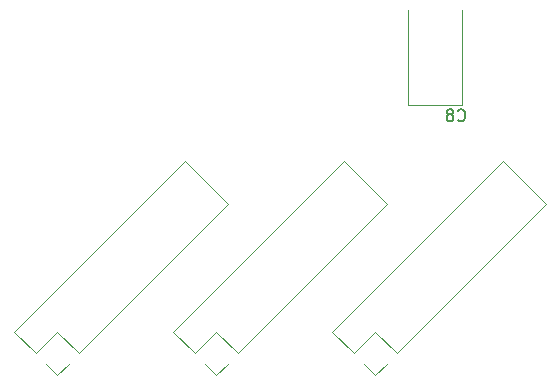
<source format=gbr>
%TF.GenerationSoftware,KiCad,Pcbnew,8.0.4*%
%TF.CreationDate,2024-12-17T16:18:45+07:00*%
%TF.ProjectId,16p_26p_adapter,3136705f-3236-4705-9f61-646170746572,rev?*%
%TF.SameCoordinates,Original*%
%TF.FileFunction,Legend,Bot*%
%TF.FilePolarity,Positive*%
%FSLAX46Y46*%
G04 Gerber Fmt 4.6, Leading zero omitted, Abs format (unit mm)*
G04 Created by KiCad (PCBNEW 8.0.4) date 2024-12-17 16:18:45*
%MOMM*%
%LPD*%
G01*
G04 APERTURE LIST*
%ADD10C,0.150000*%
%ADD11C,0.120000*%
G04 APERTURE END LIST*
D10*
X61280866Y-30254180D02*
X61328485Y-30301800D01*
X61328485Y-30301800D02*
X61471342Y-30349419D01*
X61471342Y-30349419D02*
X61566580Y-30349419D01*
X61566580Y-30349419D02*
X61709437Y-30301800D01*
X61709437Y-30301800D02*
X61804675Y-30206561D01*
X61804675Y-30206561D02*
X61852294Y-30111323D01*
X61852294Y-30111323D02*
X61899913Y-29920847D01*
X61899913Y-29920847D02*
X61899913Y-29777990D01*
X61899913Y-29777990D02*
X61852294Y-29587514D01*
X61852294Y-29587514D02*
X61804675Y-29492276D01*
X61804675Y-29492276D02*
X61709437Y-29397038D01*
X61709437Y-29397038D02*
X61566580Y-29349419D01*
X61566580Y-29349419D02*
X61471342Y-29349419D01*
X61471342Y-29349419D02*
X61328485Y-29397038D01*
X61328485Y-29397038D02*
X61280866Y-29444657D01*
X60709437Y-29777990D02*
X60804675Y-29730371D01*
X60804675Y-29730371D02*
X60852294Y-29682752D01*
X60852294Y-29682752D02*
X60899913Y-29587514D01*
X60899913Y-29587514D02*
X60899913Y-29539895D01*
X60899913Y-29539895D02*
X60852294Y-29444657D01*
X60852294Y-29444657D02*
X60804675Y-29397038D01*
X60804675Y-29397038D02*
X60709437Y-29349419D01*
X60709437Y-29349419D02*
X60518961Y-29349419D01*
X60518961Y-29349419D02*
X60423723Y-29397038D01*
X60423723Y-29397038D02*
X60376104Y-29444657D01*
X60376104Y-29444657D02*
X60328485Y-29539895D01*
X60328485Y-29539895D02*
X60328485Y-29587514D01*
X60328485Y-29587514D02*
X60376104Y-29682752D01*
X60376104Y-29682752D02*
X60423723Y-29730371D01*
X60423723Y-29730371D02*
X60518961Y-29777990D01*
X60518961Y-29777990D02*
X60709437Y-29777990D01*
X60709437Y-29777990D02*
X60804675Y-29825609D01*
X60804675Y-29825609D02*
X60852294Y-29873228D01*
X60852294Y-29873228D02*
X60899913Y-29968466D01*
X60899913Y-29968466D02*
X60899913Y-30158942D01*
X60899913Y-30158942D02*
X60852294Y-30254180D01*
X60852294Y-30254180D02*
X60804675Y-30301800D01*
X60804675Y-30301800D02*
X60709437Y-30349419D01*
X60709437Y-30349419D02*
X60518961Y-30349419D01*
X60518961Y-30349419D02*
X60423723Y-30301800D01*
X60423723Y-30301800D02*
X60376104Y-30254180D01*
X60376104Y-30254180D02*
X60328485Y-30158942D01*
X60328485Y-30158942D02*
X60328485Y-29968466D01*
X60328485Y-29968466D02*
X60376104Y-29873228D01*
X60376104Y-29873228D02*
X60423723Y-29825609D01*
X60423723Y-29825609D02*
X60518961Y-29777990D01*
D11*
%TO.C,J13*%
X25535722Y-50005026D02*
X23697245Y-48166549D01*
X27374200Y-48166549D02*
X25535722Y-50005026D01*
X27374200Y-51843504D02*
X26433748Y-50903052D01*
X28314652Y-50903052D02*
X27374200Y-51843504D01*
X29212678Y-50005026D02*
X27374200Y-48166549D01*
X38150507Y-33713286D02*
X23697245Y-48166549D01*
X41827463Y-37390241D02*
X29212678Y-50005026D01*
X41827463Y-37390241D02*
X38150507Y-33713286D01*
%TO.C,C8*%
X57076200Y-20910600D02*
X57076200Y-28970600D01*
X57076200Y-28970600D02*
X61596200Y-28970600D01*
X61596200Y-28970600D02*
X61596200Y-20910600D01*
%TO.C,J16*%
X52459722Y-50001026D02*
X50621245Y-48162549D01*
X54298200Y-48162549D02*
X52459722Y-50001026D01*
X54298200Y-51839504D02*
X53357748Y-50899052D01*
X55238652Y-50899052D02*
X54298200Y-51839504D01*
X56136678Y-50001026D02*
X54298200Y-48162549D01*
X65074507Y-33709286D02*
X50621245Y-48162549D01*
X68751463Y-37386241D02*
X56136678Y-50001026D01*
X68751463Y-37386241D02*
X65074507Y-33709286D01*
%TO.C,J15*%
X38997722Y-50001026D02*
X37159245Y-48162549D01*
X40836200Y-48162549D02*
X38997722Y-50001026D01*
X40836200Y-51839504D02*
X39895748Y-50899052D01*
X41776652Y-50899052D02*
X40836200Y-51839504D01*
X42674678Y-50001026D02*
X40836200Y-48162549D01*
X51612507Y-33709286D02*
X37159245Y-48162549D01*
X55289463Y-37386241D02*
X42674678Y-50001026D01*
X55289463Y-37386241D02*
X51612507Y-33709286D01*
%TD*%
M02*

</source>
